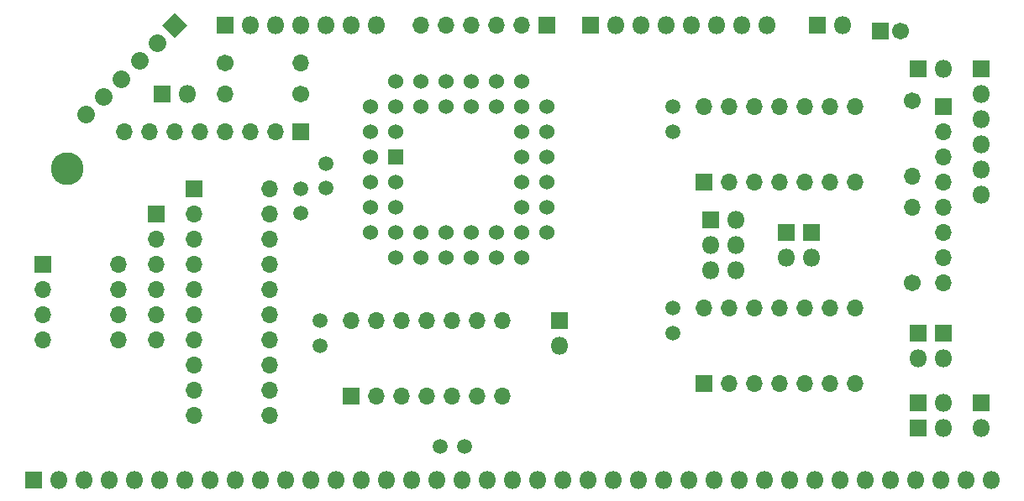
<source format=gbs>
G04 #@! TF.FileFunction,Soldermask,Bot*
%FSLAX46Y46*%
G04 Gerber Fmt 4.6, Leading zero omitted, Abs format (unit mm)*
G04 Created by KiCad (PCBNEW 4.0.5) date Tue Apr  7 08:39:51 2020*
%MOMM*%
%LPD*%
G01*
G04 APERTURE LIST*
%ADD10C,0.100000*%
%ADD11C,1.501600*%
%ADD12R,1.701600X1.701600*%
%ADD13C,1.701600*%
%ADD14R,1.801600X1.801600*%
%ADD15O,1.801600X1.801600*%
%ADD16C,1.801600*%
%ADD17O,1.701600X1.701600*%
%ADD18R,1.524000X1.524000*%
%ADD19C,1.524000*%
%ADD20C,3.301600*%
G04 APERTURE END LIST*
D10*
D11*
X154940000Y-119380000D03*
X154940000Y-121880000D03*
X117475000Y-107315000D03*
X117475000Y-109815000D03*
X120015000Y-104775000D03*
X120015000Y-107275000D03*
X119380000Y-120650000D03*
X119380000Y-123150000D03*
X154940000Y-99060000D03*
X154940000Y-101560000D03*
X133985000Y-133350000D03*
X131485000Y-133350000D03*
D12*
X175895000Y-91440000D03*
D13*
X177895000Y-91440000D03*
D14*
X158750000Y-110490000D03*
D15*
X161290000Y-110490000D03*
X158750000Y-113030000D03*
X161290000Y-113030000D03*
X158750000Y-115570000D03*
X161290000Y-115570000D03*
D14*
X103505000Y-97790000D03*
D15*
X106045000Y-97790000D03*
D14*
X179705000Y-95250000D03*
D15*
X182245000Y-95250000D03*
D14*
X166370000Y-111760000D03*
D15*
X166370000Y-114300000D03*
D14*
X168910000Y-111760000D03*
D15*
X168910000Y-114300000D03*
D14*
X179705000Y-128905000D03*
D15*
X182245000Y-128905000D03*
D14*
X179705000Y-131445000D03*
D15*
X182245000Y-131445000D03*
D14*
X143510000Y-120650000D03*
D15*
X143510000Y-123190000D03*
D14*
X179705000Y-121920000D03*
D15*
X179705000Y-124460000D03*
D14*
X182245000Y-121920000D03*
D15*
X182245000Y-124460000D03*
D14*
X90512900Y-136715500D03*
D15*
X93052900Y-136715500D03*
X95592900Y-136715500D03*
X98132900Y-136715500D03*
X100672900Y-136715500D03*
X103212900Y-136715500D03*
X105752900Y-136715500D03*
X108292900Y-136715500D03*
X110832900Y-136715500D03*
X113372900Y-136715500D03*
X115912900Y-136715500D03*
X118452900Y-136715500D03*
X120992900Y-136715500D03*
X123532900Y-136715500D03*
X126072900Y-136715500D03*
X128612900Y-136715500D03*
X131152900Y-136715500D03*
X133692900Y-136715500D03*
X136232900Y-136715500D03*
X138772900Y-136715500D03*
X141312900Y-136715500D03*
X143852900Y-136715500D03*
X146392900Y-136715500D03*
X148932900Y-136715500D03*
X151472900Y-136715500D03*
X154012900Y-136715500D03*
X156552900Y-136715500D03*
X159092900Y-136715500D03*
X161632900Y-136715500D03*
X164172900Y-136715500D03*
X166712900Y-136715500D03*
X169252900Y-136715500D03*
X171792900Y-136715500D03*
X174332900Y-136715500D03*
X176872900Y-136715500D03*
X179412900Y-136715500D03*
X181952900Y-136715500D03*
X184492900Y-136715500D03*
X187032900Y-136715500D03*
D10*
G36*
X103501076Y-90805000D02*
X104775000Y-89531076D01*
X106048924Y-90805000D01*
X104775000Y-92078924D01*
X103501076Y-90805000D01*
X103501076Y-90805000D01*
G37*
D16*
X102978949Y-92601051D02*
X102978949Y-92601051D01*
X101182898Y-94397102D02*
X101182898Y-94397102D01*
X99386846Y-96193154D02*
X99386846Y-96193154D01*
X97590795Y-97989205D02*
X97590795Y-97989205D01*
X95794744Y-99785256D02*
X95794744Y-99785256D01*
D14*
X186055000Y-95250000D03*
D15*
X186055000Y-97790000D03*
X186055000Y-100330000D03*
X186055000Y-102870000D03*
X186055000Y-105410000D03*
X186055000Y-107950000D03*
D14*
X146685000Y-90805000D03*
D15*
X149225000Y-90805000D03*
X151765000Y-90805000D03*
X154305000Y-90805000D03*
X156845000Y-90805000D03*
X159385000Y-90805000D03*
X161925000Y-90805000D03*
X164465000Y-90805000D03*
D14*
X109855000Y-90805000D03*
D15*
X112395000Y-90805000D03*
X114935000Y-90805000D03*
X117475000Y-90805000D03*
X120015000Y-90805000D03*
X122555000Y-90805000D03*
X125095000Y-90805000D03*
D14*
X169545000Y-90805000D03*
D15*
X172085000Y-90805000D03*
D14*
X186055000Y-128905000D03*
D15*
X186055000Y-131445000D03*
D13*
X117475000Y-97790000D03*
D17*
X109855000Y-97790000D03*
D13*
X179070000Y-98425000D03*
D17*
X179070000Y-106045000D03*
D13*
X109855000Y-94615000D03*
D17*
X117475000Y-94615000D03*
D13*
X179070000Y-116840000D03*
D17*
X179070000Y-109220000D03*
D12*
X102870000Y-109855000D03*
D17*
X102870000Y-112395000D03*
X102870000Y-114935000D03*
X102870000Y-117475000D03*
X102870000Y-120015000D03*
X102870000Y-122555000D03*
D12*
X117475000Y-101600000D03*
D17*
X114935000Y-101600000D03*
X112395000Y-101600000D03*
X109855000Y-101600000D03*
X107315000Y-101600000D03*
X104775000Y-101600000D03*
X102235000Y-101600000D03*
X99695000Y-101600000D03*
D12*
X182245000Y-99060000D03*
D17*
X182245000Y-101600000D03*
X182245000Y-104140000D03*
X182245000Y-106680000D03*
X182245000Y-109220000D03*
X182245000Y-111760000D03*
X182245000Y-114300000D03*
X182245000Y-116840000D03*
D12*
X142240000Y-90805000D03*
D17*
X139700000Y-90805000D03*
X137160000Y-90805000D03*
X134620000Y-90805000D03*
X132080000Y-90805000D03*
X129540000Y-90805000D03*
D12*
X91440000Y-114935000D03*
D17*
X99060000Y-122555000D03*
X91440000Y-117475000D03*
X99060000Y-120015000D03*
X91440000Y-120015000D03*
X99060000Y-117475000D03*
X91440000Y-122555000D03*
X99060000Y-114935000D03*
D12*
X158115000Y-127000000D03*
D17*
X173355000Y-119380000D03*
X160655000Y-127000000D03*
X170815000Y-119380000D03*
X163195000Y-127000000D03*
X168275000Y-119380000D03*
X165735000Y-127000000D03*
X165735000Y-119380000D03*
X168275000Y-127000000D03*
X163195000Y-119380000D03*
X170815000Y-127000000D03*
X160655000Y-119380000D03*
X173355000Y-127000000D03*
X158115000Y-119380000D03*
D12*
X106680000Y-107315000D03*
D17*
X114300000Y-130175000D03*
X106680000Y-109855000D03*
X114300000Y-127635000D03*
X106680000Y-112395000D03*
X114300000Y-125095000D03*
X106680000Y-114935000D03*
X114300000Y-122555000D03*
X106680000Y-117475000D03*
X114300000Y-120015000D03*
X106680000Y-120015000D03*
X114300000Y-117475000D03*
X106680000Y-122555000D03*
X114300000Y-114935000D03*
X106680000Y-125095000D03*
X114300000Y-112395000D03*
X106680000Y-127635000D03*
X114300000Y-109855000D03*
X106680000Y-130175000D03*
X114300000Y-107315000D03*
D18*
X127000000Y-104140000D03*
D19*
X127000000Y-106680000D03*
X127000000Y-109220000D03*
X127000000Y-101600000D03*
X127000000Y-99060000D03*
X124460000Y-106680000D03*
X124460000Y-109220000D03*
X124460000Y-111760000D03*
X124460000Y-104140000D03*
X124460000Y-101600000D03*
X127000000Y-111760000D03*
X129540000Y-111760000D03*
X132080000Y-111760000D03*
X134620000Y-111760000D03*
X137160000Y-111760000D03*
X127000000Y-114300000D03*
X129540000Y-114300000D03*
X132080000Y-114300000D03*
X134620000Y-114300000D03*
X137160000Y-114300000D03*
X139700000Y-114300000D03*
X139700000Y-111760000D03*
X139700000Y-109220000D03*
X139700000Y-106680000D03*
X139700000Y-104140000D03*
X139700000Y-101600000D03*
X139700000Y-96520000D03*
X142240000Y-111760000D03*
X142240000Y-109220000D03*
X142240000Y-106680000D03*
X142240000Y-104140000D03*
X142240000Y-101600000D03*
X142240000Y-99060000D03*
X139700000Y-99060000D03*
X137160000Y-99060000D03*
X134620000Y-99060000D03*
X132080000Y-99060000D03*
X129540000Y-99060000D03*
X124460000Y-99060000D03*
X137160000Y-96520000D03*
X134620000Y-96520000D03*
X132080000Y-96520000D03*
X129540000Y-96520000D03*
X127000000Y-96520000D03*
D12*
X122555000Y-128270000D03*
D17*
X137795000Y-120650000D03*
X125095000Y-128270000D03*
X135255000Y-120650000D03*
X127635000Y-128270000D03*
X132715000Y-120650000D03*
X130175000Y-128270000D03*
X130175000Y-120650000D03*
X132715000Y-128270000D03*
X127635000Y-120650000D03*
X135255000Y-128270000D03*
X125095000Y-120650000D03*
X137795000Y-128270000D03*
X122555000Y-120650000D03*
D12*
X158115000Y-106680000D03*
D17*
X173355000Y-99060000D03*
X160655000Y-106680000D03*
X170815000Y-99060000D03*
X163195000Y-106680000D03*
X168275000Y-99060000D03*
X165735000Y-106680000D03*
X165735000Y-99060000D03*
X168275000Y-106680000D03*
X163195000Y-99060000D03*
X170815000Y-106680000D03*
X160655000Y-99060000D03*
X173355000Y-106680000D03*
X158115000Y-99060000D03*
D20*
X93930000Y-105300000D03*
M02*

</source>
